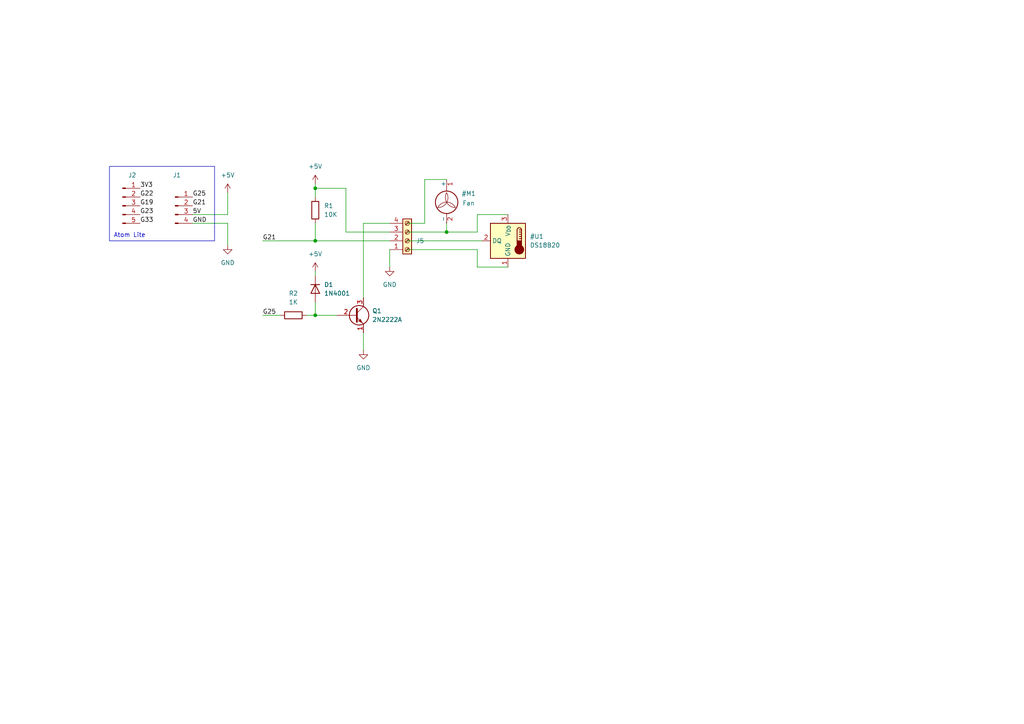
<source format=kicad_sch>
(kicad_sch (version 20231120) (generator "eeschema") (generator_version "8.0")
  (paper "A4")
  (lib_symbols
    (symbol "Connector:Conn_01x04_Pin" (pin_names (offset 1.016) hide)
      (property "Reference" "J" (at 0 5.08 0))
      (property "Value" "Conn_01x04_Pin" (at 0 -7.62 0))
      (symbol "Conn_01x04_Pin_1_1"
        (polyline (pts (xy 1.27 -5.08) (xy 0.8636 -5.08)) (stroke (width 0.1524)))
        (polyline (pts (xy 1.27 -2.54) (xy 0.8636 -2.54)) (stroke (width 0.1524)))
        (polyline (pts (xy 1.27 0) (xy 0.8636 0)) (stroke (width 0.1524)))
        (polyline (pts (xy 1.27 2.54) (xy 0.8636 2.54)) (stroke (width 0.1524)))
        (rectangle (start 0.8636 -4.953) (end 0 -5.207) (stroke (width 0.1524)) (fill (type outline)))
        (rectangle (start 0.8636 -2.413) (end 0 -2.667) (stroke (width 0.1524)) (fill (type outline)))
        (rectangle (start 0.8636 0.127) (end 0 -0.127) (stroke (width 0.1524)) (fill (type outline)))
        (rectangle (start 0.8636 2.667) (end 0 2.413) (stroke (width 0.1524)) (fill (type outline)))
        (pin passive line (at 5.08 2.54 180) (length 3.81) (name "Pin_1") (number "1"))
        (pin passive line (at 5.08 0 180) (length 3.81) (name "Pin_2") (number "2"))
        (pin passive line (at 5.08 -2.54 180) (length 3.81) (name "Pin_3") (number "3"))
        (pin passive line (at 5.08 -5.08 180) (length 3.81) (name "Pin_4") (number "4"))
      )
    )
    (symbol "Connector:Conn_01x05_Pin" (pin_names (offset 1.016) hide)
      (property "Reference" "J" (at 0 7.62 0))
      (property "Value" "Conn_01x05_Pin" (at 0 -7.62 0))
      (symbol "Conn_01x05_Pin_1_1"
        (polyline (pts (xy 1.27 -5.08) (xy 0.8636 -5.08)) (stroke (width 0.1524)))
        (polyline (pts (xy 1.27 -2.54) (xy 0.8636 -2.54)) (stroke (width 0.1524)))
        (polyline (pts (xy 1.27 0) (xy 0.8636 0)) (stroke (width 0.1524)))
        (polyline (pts (xy 1.27 2.54) (xy 0.8636 2.54)) (stroke (width 0.1524)))
        (polyline (pts (xy 1.27 5.08) (xy 0.8636 5.08)) (stroke (width 0.1524)))
        (rectangle (start 0.8636 -4.953) (end 0 -5.207) (stroke (width 0.1524)) (fill (type outline)))
        (rectangle (start 0.8636 -2.413) (end 0 -2.667) (stroke (width 0.1524)) (fill (type outline)))
        (rectangle (start 0.8636 0.127) (end 0 -0.127) (stroke (width 0.1524)) (fill (type outline)))
        (rectangle (start 0.8636 2.667) (end 0 2.413) (stroke (width 0.1524)) (fill (type outline)))
        (rectangle (start 0.8636 5.207) (end 0 4.953) (stroke (width 0.1524)) (fill (type outline)))
        (pin passive line (at 5.08 5.08 180) (length 3.81) (name "Pin_1") (number "1"))
        (pin passive line (at 5.08 2.54 180) (length 3.81) (name "Pin_2") (number "2"))
        (pin passive line (at 5.08 0 180) (length 3.81) (name "Pin_3") (number "3"))
        (pin passive line (at 5.08 -2.54 180) (length 3.81) (name "Pin_4") (number "4"))
        (pin passive line (at 5.08 -5.08 180) (length 3.81) (name "Pin_5") (number "5"))
      )
    )
    (symbol "Connector:Screw_Terminal_01x04" (pin_names (offset 1.016) hide)
      (property "Reference" "J" (at 0 5.08 0))
      (property "Value" "Screw_Terminal_01x04" (at 0 -7.62 0))
      (symbol "Screw_Terminal_01x04_1_1"
        (rectangle (start -1.27 3.81) (end 1.27 -6.35) (stroke (width 0.254)) (fill (type background)))
        (circle (center 0 -5.08) (radius 0.635) (stroke (width 0.1524)))
        (circle (center 0 -2.54) (radius 0.635) (stroke (width 0.1524)))
        (polyline (pts (xy -0.5334 -4.7498) (xy 0.3302 -5.588)) (stroke (width 0.1524)))
        (polyline (pts (xy -0.5334 -2.2098) (xy 0.3302 -3.048)) (stroke (width 0.1524)))
        (polyline (pts (xy -0.5334 0.3302) (xy 0.3302 -0.508)) (stroke (width 0.1524)))
        (polyline (pts (xy -0.5334 2.8702) (xy 0.3302 2.032)) (stroke (width 0.1524)))
        (polyline (pts (xy -0.3556 -4.572) (xy 0.508 -5.4102)) (stroke (width 0.1524)))
        (polyline (pts (xy -0.3556 -2.032) (xy 0.508 -2.8702)) (stroke (width 0.1524)))
        (polyline (pts (xy -0.3556 0.508) (xy 0.508 -0.3302)) (stroke (width 0.1524)))
        (polyline (pts (xy -0.3556 3.048) (xy 0.508 2.2098)) (stroke (width 0.1524)))
        (circle (center 0 0) (radius 0.635) (stroke (width 0.1524)))
        (circle (center 0 2.54) (radius 0.635) (stroke (width 0.1524)))
        (pin passive line (at -5.08 2.54 0) (length 3.81) (name "Pin_1") (number "1"))
        (pin passive line (at -5.08 0 0) (length 3.81) (name "Pin_2") (number "2"))
        (pin passive line (at -5.08 -2.54 0) (length 3.81) (name "Pin_3") (number "3"))
        (pin passive line (at -5.08 -5.08 0) (length 3.81) (name "Pin_4") (number "4"))
      )
    )
    (symbol "Device:R" (pin_numbers hide) (pin_names (offset 0))
      (property "Reference" "R" (at 2.032 0 90))
      (property "Value" "R" (at 0 0 90))
      (symbol "R_0_1"
        (rectangle (start -1.016 -2.54) (end 1.016 2.54) (stroke (width 0.254)))
      )
      (symbol "R_1_1"
        (pin passive line (at 0 3.81 270) (length 1.27) (name "~") (number "1"))
        (pin passive line (at 0 -3.81 90) (length 1.27) (name "~") (number "2"))
      )
    )
    (symbol "Diode:1N4001" (pin_numbers hide) (pin_names hide)
      (property "Reference" "D" (at 0 2.54 0))
      (property "Value" "1N4001" (at 0 -2.54 0))
      (symbol "1N4001_0_1"
        (polyline (pts (xy -1.27 1.27) (xy -1.27 -1.27)) (stroke (width 0.254)))
        (polyline (pts (xy 1.27 0) (xy -1.27 0)))
        (polyline (pts (xy 1.27 1.27) (xy 1.27 -1.27) (xy -1.27 0) (xy 1.27 1.27)) (stroke (width 0.254)))
      )
      (symbol "1N4001_1_1"
        (pin passive line (at -3.81 0 0) (length 2.54) (name "K") (number "1"))
        (pin passive line (at 3.81 0 180) (length 2.54) (name "A") (number "2"))
      )
    )
    (symbol "Motor:Fan" (pin_names (offset 0))
      (property "Reference" "M" (at 2.54 5.08 0))
      (property "Value" "Fan" (at 2.54 -2.54 0))
      (symbol "Fan_0_1"
        (arc (start -2.54 -0.508) (mid 0.0028 0.9121) (end 0 3.81))
        (polyline (pts (xy 0 -5.08) (xy 0 -4.572)))
        (polyline (pts (xy 0 -2.2352) (xy 0 -2.6416)))
        (polyline (pts (xy 0 4.2672) (xy 0 4.6228)))
        (polyline (pts (xy 0 4.572) (xy 0 5.08)))
        (circle (center 0 1.016) (radius 3.2512) (stroke (width 0.254)))
        (arc (start 0 3.81) (mid 0.053 0.921) (end 2.54 -0.508))
        (arc (start 2.54 -0.508) (mid 0 1.0618) (end -2.54 -0.508))
      )
      (symbol "Fan_1_1"
        (pin passive line (at 0 7.62 270) (length 2.54) (name "+") (number "1"))
        (pin passive line (at 0 -5.08 90) (length 2.54) (name "-") (number "2"))
      )
    )
    (symbol "Sensor_Temperature:DS18B20"
      (property "Reference" "U" (at -3.81 6.35 0))
      (property "Value" "DS18B20" (at 6.35 6.35 0))
      (symbol "DS18B20_0_1"
        (rectangle (start -5.08 5.08) (end 5.08 -5.08) (stroke (width 0.254)) (fill (type background)))
        (circle (center -3.302 -2.54) (radius 1.27) (stroke (width 0.254)) (fill (type outline)))
        (rectangle (start -2.667 -1.905) (end -3.937 0) (stroke (width 0.254)) (fill (type outline)))
        (arc (start -2.667 3.175) (mid -3.302 3.8073) (end -3.937 3.175) (stroke (width 0.254)))
        (polyline (pts (xy -3.937 0.635) (xy -3.302 0.635)) (stroke (width 0.254)))
        (polyline (pts (xy -3.937 1.27) (xy -3.302 1.27)) (stroke (width 0.254)))
        (polyline (pts (xy -3.937 1.905) (xy -3.302 1.905)) (stroke (width 0.254)))
        (polyline (pts (xy -3.937 2.54) (xy -3.302 2.54)) (stroke (width 0.254)))
        (polyline (pts (xy -3.937 3.175) (xy -3.937 0)) (stroke (width 0.254)))
        (polyline (pts (xy -3.937 3.175) (xy -3.302 3.175)) (stroke (width 0.254)))
        (polyline (pts (xy -2.667 3.175) (xy -2.667 0)) (stroke (width 0.254)))
      )
      (symbol "DS18B20_1_1"
        (pin power_in line (at 0 -7.62 90) (length 2.54) (name "GND") (number "1"))
        (pin bidirectional line (at 7.62 0 180) (length 2.54) (name "DQ") (number "2"))
        (pin power_in line (at 0 7.62 270) (length 2.54) (name "V_{DD}") (number "3"))
      )
    )
    (symbol "Transistor_BJT:PN2222A" (pin_names (offset 0) hide)
      (property "Reference" "Q" (at 5.08 1.905 0))
      (property "Value" "PN2222A" (at 5.08 0 0))
      (symbol "PN2222A_0_1"
        (polyline (pts (xy 0 0) (xy 0.635 0)))
        (polyline (pts (xy 2.54 -2.54) (xy 0.635 -0.635)))
        (polyline (pts (xy 2.54 2.54) (xy 0.635 0.635)))
        (polyline (pts (xy 0.635 1.905) (xy 0.635 -1.905) (xy 0.635 -1.905)) (stroke (width 0.508)))
        (polyline (pts (xy 2.413 -2.413) (xy 1.905 -1.905) (xy 1.905 -1.905)))
        (polyline (pts (xy 1.143 -1.651) (xy 1.651 -1.143) (xy 2.159 -2.159) (xy 1.143 -1.651) (xy 1.143 -1.651)) (fill (type outline)))
        (circle (center 1.27 0) (radius 2.8194) (stroke (width 0.254)))
      )
      (symbol "PN2222A_1_1"
        (pin passive line (at 2.54 -5.08 90) (length 2.54) (name "E") (number "1"))
        (pin input line (at -5.08 0 0) (length 5.08) (name "B") (number "2"))
        (pin passive line (at 2.54 5.08 270) (length 2.54) (name "C") (number "3"))
      )
    )
    (symbol "power:+5V" (power) (pin_numbers hide) (pin_names (offset 0) hide)
      (property "Value" "+5V" (at 0 3.556 0))
      (symbol "+5V_0_1"
        (polyline (pts (xy -0.762 1.27) (xy 0 2.54)))
        (polyline (pts (xy 0 0) (xy 0 2.54)))
        (polyline (pts (xy 0 2.54) (xy 0.762 1.27)))
      )
      (symbol "+5V_1_1"
        (pin power_in line (at 0 0 90) (length 0) (name "~") (number "1"))
      )
    )
    (symbol "power:GND" (power) (pin_numbers hide) (pin_names (offset 0) hide)
      (property "Value" "GND" (at 0 -3.81 0))
      (symbol "GND_0_1"
        (polyline (pts (xy 0 0) (xy 0 -1.27) (xy 1.27 -1.27) (xy 0 -2.54) (xy -1.27 -1.27) (xy 0 -1.27)))
      )
      (symbol "GND_1_1"
        (pin power_in line (at 0 0 270) (length 0) (name "~") (number "1"))
      )
    )
  )
  (junction (at 91.44 54.61))
  (junction (at 129.54 67.31))
  (junction (at 91.44 91.44))
  (junction (at 91.44 69.85))
  (wire (pts (xy 91.44 78.74) (xy 91.44 80.01)))
  (wire (pts (xy 91.44 87.63) (xy 91.44 91.44)))
  (wire (pts (xy 91.44 53.34) (xy 91.44 54.61)))
  (wire (pts (xy 105.41 64.77) (xy 113.03 64.77)))
  (wire (pts (xy 118.11 72.39) (xy 138.43 72.39)))
  (wire (pts (xy 100.33 54.61) (xy 100.33 67.31)))
  (wire (pts (xy 66.04 62.23) (xy 66.04 55.88)))
  (wire (pts (xy 123.19 52.07) (xy 129.54 52.07)))
  (wire (pts (xy 76.2 69.85) (xy 91.44 69.85)))
  (wire (pts (xy 138.43 62.23) (xy 147.32 62.23)))
  (wire (pts (xy 91.44 54.61) (xy 91.44 57.15)))
  (wire (pts (xy 91.44 54.61) (xy 100.33 54.61)))
  (wire (pts (xy 100.33 67.31) (xy 113.03 67.31)))
  (wire (pts (xy 118.11 64.77) (xy 123.19 64.77)))
  (wire (pts (xy 91.44 69.85) (xy 113.03 69.85)))
  (wire (pts (xy 91.44 91.44) (xy 97.79 91.44)))
  (wire (pts (xy 105.41 86.36) (xy 105.41 64.77)))
  (wire (pts (xy 123.19 64.77) (xy 123.19 52.07)))
  (wire (pts (xy 113.03 77.47) (xy 113.03 72.39)))
  (wire (pts (xy 66.04 62.23) (xy 55.88 62.23)))
  (wire (pts (xy 91.44 91.44) (xy 88.9 91.44)))
  (wire (pts (xy 147.32 77.47) (xy 138.43 77.47)))
  (wire (pts (xy 118.11 67.31) (xy 129.54 67.31)))
  (wire (pts (xy 129.54 67.31) (xy 138.43 67.31)))
  (wire (pts (xy 118.11 69.85) (xy 139.7 69.85)))
  (wire (pts (xy 105.41 96.52) (xy 105.41 101.6)))
  (wire (pts (xy 76.2 91.44) (xy 81.28 91.44)))
  (wire (pts (xy 66.04 71.12) (xy 66.04 64.77)))
  (wire (pts (xy 138.43 72.39) (xy 138.43 77.47)))
  (wire (pts (xy 91.44 64.77) (xy 91.44 69.85)))
  (wire (pts (xy 129.54 64.77) (xy 129.54 67.31)))
  (wire (pts (xy 66.04 64.77) (xy 55.88 64.77)))
  (wire (pts (xy 138.43 62.23) (xy 138.43 67.31)))
  (rectangle (start 31.75 48.26) (end 62.23 69.85))
  (text "Atom Lite" (at 37.592 68.326 0) (effects (font (size 1.27 1.27))))
  (label "G25" (at 76.2 91.44 0))
  (label "G21" (at 76.2 69.85 0))
  (label "5V" (at 55.88 62.23 0))
  (label "G21" (at 55.88 59.69 0))
  (label "GND" (at 55.88 64.77 0))
  (label "G22" (at 40.64 57.15 0))
  (label "3V3" (at 40.64 54.61 0))
  (label "G33" (at 40.64 64.77 0))
  (label "G19" (at 40.64 59.69 0))
  (label "G23" (at 40.64 62.23 0))
  (label "G25" (at 55.88 57.15 0))
  (symbol (lib_id "Connector:Conn_01x05_Pin") (at 35.56 59.69 0) (unit 1)
    (property "Reference" "J2" (at 38.354 50.8 0))
    (property "Value" "Conn_01x05_Pin" (effects (hide yes)))
    (property "Footprint" "Connector_PinHeader_2.54mm:PinHeader_1x05_P2.54mm_Vertical" (effects (hide yes)))
    (property "Description" "Generic connector, single row, 01x05, script generated" (effects (hide yes)))
  )
  (symbol (lib_id "Diode:1N4001") (at 91.44 83.82 270) (unit 1)
    (property "Reference" "D1" (at 93.98 82.5499 90) (effects (justify left)))
    (property "Value" "1N4001" (at 93.98 85.0899 90) (effects (justify left)))
    (property "Footprint" "Diode_THT:D_DO-41_SOD81_P3.81mm_Vertical_AnodeUp" (effects (hide yes)))
    (property "Datasheet" "http://www.vishay.com/docs/88503/1n4001.pdf" (effects (hide yes)))
    (property "Description" "50V 1A General Purpose Rectifier Diode, DO-41" (effects (hide yes)))
    (property "Sim.Device" "D" (effects (hide yes)))
    (property "Sim.Pins" "1=K 2=A" (effects (hide yes)))
  )
  (symbol (lib_id "Motor:Fan") (at 129.54 59.69 0) (unit 1)
    (property "Reference" "#M1" (at 133.858 56.134 0) (effects (justify left)))
    (property "Value" "Fan" (at 134.112 58.928 0) (effects (justify left)))
    (property "Description" "Fan" (effects (hide yes)))
  )
  (symbol (lib_id "Connector:Conn_01x04_Pin") (at 50.8 59.69 0) (unit 1)
    (property "Reference" "J1" (at 51.308 50.8 0))
    (property "Value" "Conn_01x04_Pin" (effects (hide yes)))
    (property "Footprint" "Connector_PinHeader_2.54mm:PinHeader_1x04_P2.54mm_Vertical" (effects (hide yes)))
    (property "Description" "Generic connector, single row, 01x04, script generated" (effects (hide yes)))
  )
  (symbol (lib_id "power:GND") (at 105.41 101.6 0) (unit 1)
    (property "Reference" "#PWR06" (effects (hide yes)))
    (property "Value" "GND" (at 105.41 106.68 0))
    (property "Description" "Power symbol creates a global label with name \"GND\" , ground" (effects (hide yes)))
  )
  (symbol (lib_id "Device:R") (at 85.09 91.44 90) (unit 1)
    (property "Reference" "R2" (at 85.09 85.09 90))
    (property "Value" "1K" (at 85.09 87.63 90))
    (property "Footprint" "Resistor_THT:R_Axial_DIN0207_L6.3mm_D2.5mm_P2.54mm_Vertical" (effects (hide yes)))
    (property "Description" "Resistor" (effects (hide yes)))
  )
  (symbol (lib_id "Connector:Screw_Terminal_01x04") (at 118.11 69.85 0) (mirror x) (unit 1)
    (property "Reference" "J5" (at 120.65 69.8501 0) (effects (justify left)))
    (property "Value" "Screw_Terminal_01x04" (effects (hide yes)))
    (property "Footprint" "Connector_JST:JST_VH_B4P-VH_1x04_P3.96mm_Vertical" (effects (hide yes)))
    (property "Description" "Generic screw terminal, single row, 01x04, script generated (kicad-library-utils/schlib/autogen/connector/)" (effects (hide yes)))
  )
  (symbol (lib_id "Transistor_BJT:PN2222A") (at 102.87 91.44 0) (unit 1)
    (property "Reference" "Q1" (at 107.95 90.1699 0) (effects (justify left)))
    (property "Value" "2N2222A" (at 107.95 92.7099 0) (effects (justify left)))
    (property "Footprint" "Package_TO_SOT_THT:TO-92_Inline" (effects (hide yes)))
    (property "Datasheet" "https://www.onsemi.com/pub/Collateral/PN2222-D.PDF" (effects (hide yes)))
    (property "Description" "1A Ic, 40V Vce, NPN Transistor, General Purpose Transistor, TO-92" (effects (hide yes)))
  )
  (symbol (lib_id "Sensor_Temperature:DS18B20") (at 147.32 69.85 0) (mirror y) (unit 1)
    (property "Reference" "#U1" (at 153.67 68.5799 0) (effects (justify right)))
    (property "Value" "DS18B20" (at 153.67 71.1199 0) (effects (justify right)))
    (property "Footprint" "Package_TO_SOT_THT:TO-92_Inline" (effects (hide yes)))
    (property "Datasheet" "http://datasheets.maximintegrated.com/en/ds/DS18B20.pdf" (effects (hide yes)))
    (property "Description" "Programmable Resolution 1-Wire Digital Thermometer TO-92" (effects (hide yes)))
  )
  (symbol (lib_id "Device:R") (at 91.44 60.96 0) (unit 1)
    (property "Reference" "R1" (at 93.98 59.6899 0) (effects (justify left)))
    (property "Value" "10K" (at 93.98 62.2299 0) (effects (justify left)))
    (property "Footprint" "Resistor_THT:R_Axial_DIN0207_L6.3mm_D2.5mm_P2.54mm_Vertical" (effects (hide yes)))
    (property "Description" "Resistor" (effects (hide yes)))
  )
  (symbol (lib_id "power:+5V") (at 66.04 55.88 0) (unit 1)
    (property "Reference" "#PWR01" (effects (hide yes)))
    (property "Value" "+5V" (at 66.04 50.8 0))
    (property "Description" "Power symbol creates a global label with name \"+5V\"" (effects (hide yes)))
  )
  (symbol (lib_id "power:+5V") (at 91.44 78.74 0) (unit 1)
    (property "Reference" "#PWR05" (effects (hide yes)))
    (property "Value" "+5V" (at 91.44 73.66 0))
    (property "Description" "Power symbol creates a global label with name \"+5V\"" (effects (hide yes)))
  )
  (symbol (lib_id "power:+5V") (at 91.44 53.34 0) (unit 1)
    (property "Reference" "#PWR04" (effects (hide yes)))
    (property "Value" "+5V" (at 91.44 48.26 0))
    (property "Description" "Power symbol creates a global label with name \"+5V\"" (effects (hide yes)))
  )
  (symbol (lib_id "power:GND") (at 66.04 71.12 0) (unit 1)
    (property "Reference" "#PWR03" (effects (hide yes)))
    (property "Value" "GND" (at 66.04 76.2 0))
    (property "Description" "Power symbol creates a global label with name \"GND\" , ground" (effects (hide yes)))
  )
  (symbol (lib_id "power:GND") (at 113.03 77.47 0) (unit 1)
    (property "Reference" "#PWR02" (effects (hide yes)))
    (property "Value" "GND" (at 113.03 82.55 0))
    (property "Description" "Power symbol creates a global label with name \"GND\" , ground" (effects (hide yes)))
  )
)
</source>
